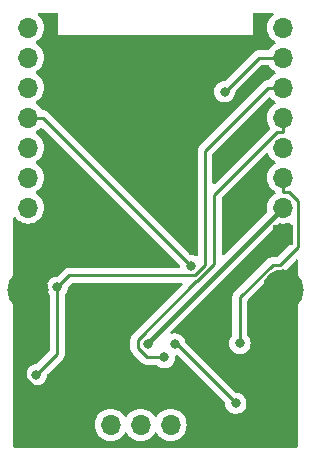
<source format=gbr>
%TF.GenerationSoftware,KiCad,Pcbnew,7.0.7*%
%TF.CreationDate,2023-09-02T13:43:40-04:00*%
%TF.ProjectId,DXBREAKER,44584252-4541-44b4-9552-2e6b69636164,rev?*%
%TF.SameCoordinates,Original*%
%TF.FileFunction,Copper,L2,Bot*%
%TF.FilePolarity,Positive*%
%FSLAX46Y46*%
G04 Gerber Fmt 4.6, Leading zero omitted, Abs format (unit mm)*
G04 Created by KiCad (PCBNEW 7.0.7) date 2023-09-02 13:43:40*
%MOMM*%
%LPD*%
G01*
G04 APERTURE LIST*
%TA.AperFunction,ComponentPad*%
%ADD10R,1.700000X1.700000*%
%TD*%
%TA.AperFunction,ComponentPad*%
%ADD11O,1.700000X1.700000*%
%TD*%
%TA.AperFunction,ComponentPad*%
%ADD12C,3.500000*%
%TD*%
%TA.AperFunction,ViaPad*%
%ADD13C,0.800000*%
%TD*%
%TA.AperFunction,Conductor*%
%ADD14C,0.381000*%
%TD*%
%TA.AperFunction,Conductor*%
%ADD15C,0.254000*%
%TD*%
%TA.AperFunction,Conductor*%
%ADD16C,0.685800*%
%TD*%
G04 APERTURE END LIST*
D10*
%TO.P,Jr1,1,Pin_1*%
%TO.N,Earth*%
X131074000Y-125705000D03*
D11*
%TO.P,Jr1,2,Pin_2*%
%TO.N,Net-(Jr1-Pin_2)*%
X125740000Y-125705000D03*
%TO.P,Jr1,3,Pin_3*%
%TO.N,Net-(Jr1-Pin_3)*%
X128280000Y-125705000D03*
%TO.P,Jr1,4,Pin_4*%
%TO.N,VCC*%
X123200000Y-125705000D03*
%TD*%
D12*
%TO.P,DX,1*%
%TO.N,Earth*%
X137795000Y-114300000D03*
%TD*%
%TO.P,hole2,1*%
%TO.N,Earth*%
X116205000Y-114300000D03*
%TD*%
D10*
%TO.P,J1,1,Pin_1*%
%TO.N,Earth*%
X116205000Y-109855000D03*
D11*
%TO.P,J1,2,Pin_2*%
%TO.N,VCC*%
X116205000Y-107315000D03*
%TO.P,J1,3,Pin_3*%
%TO.N,/GPIO13*%
X116205000Y-104775000D03*
%TO.P,J1,4,Pin_4*%
%TO.N,/GPIO12*%
X116205000Y-102235000D03*
%TO.P,J1,5,Pin_5*%
%TO.N,/GPIO14*%
X116205000Y-99695000D03*
%TO.P,J1,6,Pin_6*%
%TO.N,/GPIO16*%
X116205000Y-97155000D03*
%TO.P,J1,7,Pin_7*%
%TO.N,/ADC*%
X116205000Y-94615000D03*
%TO.P,J1,8,Pin_8*%
%TO.N,/RESET*%
X116205000Y-92075000D03*
%TD*%
D10*
%TO.P,J2,1,Pin_1*%
%TO.N,Earth*%
X137795000Y-109601000D03*
D11*
%TO.P,J2,2,Pin_2*%
%TO.N,/GPIO4*%
X137795000Y-94615000D03*
%TO.P,J2,3,Pin_3*%
%TO.N,/GPIO0*%
X137795000Y-97155000D03*
%TO.P,J2,4,Pin_4*%
%TO.N,/GPIO2*%
X137795000Y-99695000D03*
%TO.P,J2,5,Pin_5*%
%TO.N,/GPIO15*%
X137795000Y-102235000D03*
%TO.P,J2,6,Pin_6*%
%TO.N,/DOUT*%
X137795000Y-104775000D03*
%TO.P,J2,7,Pin_7*%
%TO.N,/VIN*%
X137795000Y-107315000D03*
%TO.P,J2,8,Pin_8*%
%TO.N,/GPIO5*%
X137795000Y-92075000D03*
%TD*%
D13*
%TO.N,/VIN*%
X126320300Y-118872500D03*
%TO.N,/DOUT*%
X134135200Y-118822800D03*
%TO.N,/GPIO14*%
X129963900Y-112230900D03*
%TO.N,/RESET*%
X133790000Y-123884200D03*
X128635000Y-118872600D03*
%TO.N,/GPIO4*%
X132842400Y-97514900D03*
%TO.N,/GPIO0*%
X118670000Y-114060400D03*
X116913300Y-121475500D03*
%TO.N,/GPIO2*%
X127750200Y-120004200D03*
%TD*%
D14*
%TO.N,/VIN*%
X126320300Y-118789700D02*
X137795000Y-107315000D01*
D15*
X126320300Y-118872500D02*
X126320300Y-118789700D01*
D16*
%TO.N,Earth*%
X117792600Y-123839400D02*
X129208400Y-123839400D01*
X115810900Y-121857700D02*
X117792600Y-123839400D01*
X115810900Y-114694100D02*
X115810900Y-121857700D01*
X129208400Y-123839400D02*
X131074000Y-125705000D01*
X116205000Y-114300000D02*
X115810900Y-114694100D01*
D15*
%TO.N,/DOUT*%
X139053300Y-110632400D02*
X139053300Y-106770200D01*
X134135200Y-118822800D02*
X134135200Y-114905400D01*
X137544000Y-112141700D02*
X139053300Y-110632400D01*
X139053300Y-106770200D02*
X138316400Y-106033300D01*
X134135200Y-114905400D02*
X136898900Y-112141700D01*
X137795000Y-104775000D02*
X137795000Y-106033300D01*
X138316400Y-106033300D02*
X137795000Y-106033300D01*
X136898900Y-112141700D02*
X137544000Y-112141700D01*
%TO.N,/GPIO14*%
X117463300Y-99730300D02*
X129963900Y-112230900D01*
X117463300Y-99695000D02*
X117463300Y-99730300D01*
X116205000Y-99695000D02*
X117463300Y-99695000D01*
%TO.N,/RESET*%
X133790000Y-123884200D02*
X128778400Y-118872600D01*
X128778400Y-118872600D02*
X128635000Y-118872600D01*
%TO.N,/GPIO4*%
X135742300Y-94615000D02*
X132842400Y-97514900D01*
X137795000Y-94615000D02*
X135742300Y-94615000D01*
%TO.N,/GPIO0*%
X131179500Y-112158400D02*
X131179500Y-102512200D01*
X131179500Y-102512200D02*
X136536700Y-97155000D01*
X118670000Y-114060400D02*
X119691200Y-113039200D01*
X119691200Y-113039200D02*
X130298700Y-113039200D01*
X137795000Y-97155000D02*
X136536700Y-97155000D01*
X130298700Y-113039200D02*
X131179500Y-112158400D01*
X118670000Y-119718800D02*
X118670000Y-114060400D01*
X116913300Y-121475500D02*
X118670000Y-119718800D01*
%TO.N,/GPIO2*%
X137244500Y-100953300D02*
X137795000Y-100953300D01*
X126287400Y-120004200D02*
X125492500Y-119209300D01*
X130435200Y-113574500D02*
X130520400Y-113574500D01*
X131980100Y-106217700D02*
X137244500Y-100953300D01*
X130520400Y-113574500D02*
X131980100Y-112114800D01*
X125492500Y-119209300D02*
X125492500Y-118517200D01*
X131980100Y-112114800D02*
X131980100Y-106217700D01*
X125492500Y-118517200D02*
X130435200Y-113574500D01*
X137795000Y-99695000D02*
X137795000Y-100953300D01*
X127750200Y-120004200D02*
X126287400Y-120004200D01*
%TD*%
%TA.AperFunction,Conductor*%
%TO.N,Earth*%
G36*
X117371071Y-100541337D02*
G01*
X117415419Y-100569838D01*
X129025270Y-112179689D01*
X129058755Y-112241012D01*
X129060910Y-112254407D01*
X129063047Y-112274737D01*
X129050478Y-112343467D01*
X129002747Y-112394491D01*
X128939726Y-112411700D01*
X119774167Y-112411700D01*
X119758518Y-112409972D01*
X119758492Y-112410254D01*
X119750724Y-112409519D01*
X119681340Y-112411700D01*
X119651722Y-112411700D01*
X119644818Y-112412571D01*
X119639000Y-112413029D01*
X119592257Y-112414498D01*
X119572913Y-112420118D01*
X119553869Y-112424062D01*
X119550909Y-112424435D01*
X119533907Y-112426584D01*
X119533903Y-112426585D01*
X119533900Y-112426586D01*
X119490435Y-112443794D01*
X119484910Y-112445685D01*
X119440009Y-112458731D01*
X119440006Y-112458733D01*
X119422680Y-112468979D01*
X119405210Y-112477537D01*
X119386498Y-112484945D01*
X119348663Y-112512433D01*
X119343780Y-112515640D01*
X119303546Y-112539434D01*
X119289306Y-112553674D01*
X119274520Y-112566302D01*
X119258233Y-112578136D01*
X119258232Y-112578136D01*
X119228427Y-112614163D01*
X119224495Y-112618484D01*
X118719400Y-113123581D01*
X118658077Y-113157066D01*
X118631719Y-113159900D01*
X118575354Y-113159900D01*
X118542897Y-113166798D01*
X118390197Y-113199255D01*
X118390192Y-113199257D01*
X118217270Y-113276248D01*
X118217265Y-113276251D01*
X118064129Y-113387511D01*
X117937466Y-113528185D01*
X117842821Y-113692115D01*
X117842818Y-113692122D01*
X117784404Y-113871903D01*
X117784326Y-113872144D01*
X117764540Y-114060400D01*
X117784326Y-114248656D01*
X117784327Y-114248659D01*
X117842818Y-114428677D01*
X117842821Y-114428684D01*
X117937467Y-114592616D01*
X118010651Y-114673894D01*
X118040880Y-114736884D01*
X118042500Y-114756865D01*
X118042500Y-119407519D01*
X118022815Y-119474558D01*
X118006181Y-119495200D01*
X116962700Y-120538681D01*
X116901377Y-120572166D01*
X116875019Y-120575000D01*
X116818654Y-120575000D01*
X116786197Y-120581898D01*
X116633497Y-120614355D01*
X116633492Y-120614357D01*
X116460570Y-120691348D01*
X116460565Y-120691351D01*
X116307429Y-120802611D01*
X116180766Y-120943285D01*
X116086121Y-121107215D01*
X116086118Y-121107222D01*
X116027627Y-121287240D01*
X116027626Y-121287244D01*
X116007840Y-121475500D01*
X116027626Y-121663756D01*
X116027627Y-121663759D01*
X116086118Y-121843777D01*
X116086121Y-121843784D01*
X116180767Y-122007716D01*
X116307428Y-122148388D01*
X116307429Y-122148388D01*
X116460565Y-122259648D01*
X116460570Y-122259651D01*
X116633492Y-122336642D01*
X116633497Y-122336644D01*
X116818654Y-122376000D01*
X116818655Y-122376000D01*
X117007944Y-122376000D01*
X117007946Y-122376000D01*
X117193103Y-122336644D01*
X117366030Y-122259651D01*
X117519171Y-122148388D01*
X117645833Y-122007716D01*
X117740479Y-121843784D01*
X117798974Y-121663756D01*
X117816289Y-121499005D01*
X117842872Y-121434394D01*
X117851919Y-121424298D01*
X119055043Y-120221174D01*
X119067325Y-120211337D01*
X119067144Y-120211118D01*
X119073152Y-120206146D01*
X119073162Y-120206140D01*
X119120677Y-120155541D01*
X119141623Y-120134596D01*
X119145892Y-120129090D01*
X119149676Y-120124659D01*
X119181693Y-120090567D01*
X119191389Y-120072928D01*
X119202073Y-120056661D01*
X119214408Y-120040762D01*
X119232983Y-119997834D01*
X119235534Y-119992627D01*
X119258072Y-119951634D01*
X119263078Y-119932134D01*
X119269376Y-119913736D01*
X119277374Y-119895258D01*
X119284688Y-119849076D01*
X119285870Y-119843365D01*
X119297500Y-119798072D01*
X119297500Y-119777941D01*
X119299027Y-119758541D01*
X119302175Y-119738667D01*
X119302175Y-119738664D01*
X119300722Y-119723300D01*
X119297772Y-119692100D01*
X119297499Y-119686305D01*
X119297499Y-114756864D01*
X119317184Y-114689826D01*
X119329350Y-114673892D01*
X119402533Y-114592616D01*
X119497179Y-114428684D01*
X119555674Y-114248656D01*
X119572989Y-114083905D01*
X119599572Y-114019294D01*
X119608609Y-114009208D01*
X119914801Y-113703016D01*
X119976123Y-113669534D01*
X120002481Y-113666700D01*
X129156219Y-113666700D01*
X129223258Y-113686385D01*
X129269013Y-113739189D01*
X129278957Y-113808347D01*
X129249932Y-113871903D01*
X129243900Y-113878381D01*
X125107453Y-118014826D01*
X125095169Y-118024669D01*
X125095349Y-118024887D01*
X125089338Y-118029859D01*
X125041822Y-118080458D01*
X125020875Y-118101405D01*
X125016606Y-118106909D01*
X125012815Y-118111347D01*
X124980808Y-118145430D01*
X124980805Y-118145434D01*
X124971106Y-118163077D01*
X124960428Y-118179333D01*
X124948094Y-118195234D01*
X124948089Y-118195242D01*
X124929525Y-118238143D01*
X124926954Y-118243391D01*
X124904427Y-118284367D01*
X124899420Y-118303868D01*
X124893121Y-118322264D01*
X124886393Y-118337812D01*
X124885125Y-118340744D01*
X124885124Y-118340746D01*
X124877812Y-118386916D01*
X124876627Y-118392638D01*
X124865000Y-118437923D01*
X124865000Y-118458058D01*
X124863473Y-118477455D01*
X124860325Y-118497333D01*
X124860985Y-118504315D01*
X124864725Y-118543877D01*
X124865000Y-118549715D01*
X124865000Y-119126332D01*
X124863272Y-119141981D01*
X124863554Y-119142008D01*
X124862819Y-119149775D01*
X124865000Y-119219159D01*
X124865000Y-119248777D01*
X124865871Y-119255680D01*
X124866329Y-119261499D01*
X124867798Y-119308242D01*
X124873416Y-119327575D01*
X124877362Y-119346629D01*
X124879883Y-119366587D01*
X124879886Y-119366599D01*
X124897095Y-119410065D01*
X124898987Y-119415593D01*
X124912030Y-119460487D01*
X124912030Y-119460488D01*
X124922277Y-119477815D01*
X124930835Y-119495285D01*
X124938245Y-119514001D01*
X124965729Y-119551829D01*
X124968937Y-119556713D01*
X124992734Y-119596952D01*
X124992740Y-119596960D01*
X125006969Y-119611188D01*
X125019609Y-119625987D01*
X125031434Y-119642264D01*
X125031436Y-119642265D01*
X125031437Y-119642267D01*
X125067457Y-119672065D01*
X125071768Y-119675987D01*
X125436542Y-120040761D01*
X125785024Y-120389243D01*
X125794871Y-120401533D01*
X125795089Y-120401354D01*
X125800057Y-120407360D01*
X125850657Y-120454877D01*
X125871601Y-120475820D01*
X125871607Y-120475826D01*
X125877097Y-120480083D01*
X125881548Y-120483884D01*
X125915635Y-120515895D01*
X125915637Y-120515896D01*
X125933267Y-120525587D01*
X125949535Y-120536272D01*
X125965438Y-120548608D01*
X125965440Y-120548609D01*
X125965442Y-120548610D01*
X125986780Y-120557843D01*
X126008343Y-120567174D01*
X126013590Y-120569745D01*
X126017994Y-120572166D01*
X126054566Y-120592272D01*
X126074067Y-120597279D01*
X126092465Y-120603578D01*
X126110941Y-120611573D01*
X126157140Y-120618890D01*
X126162814Y-120620065D01*
X126208128Y-120631700D01*
X126228264Y-120631700D01*
X126247663Y-120633227D01*
X126267533Y-120636374D01*
X126314071Y-120631974D01*
X126319908Y-120631700D01*
X127048253Y-120631700D01*
X127115292Y-120651385D01*
X127140399Y-120672723D01*
X127144329Y-120677088D01*
X127144332Y-120677091D01*
X127144335Y-120677093D01*
X127297465Y-120788348D01*
X127297470Y-120788351D01*
X127470392Y-120865342D01*
X127470397Y-120865344D01*
X127655554Y-120904700D01*
X127655555Y-120904700D01*
X127844844Y-120904700D01*
X127844846Y-120904700D01*
X128030003Y-120865344D01*
X128202930Y-120788351D01*
X128356071Y-120677088D01*
X128482733Y-120536416D01*
X128577379Y-120372484D01*
X128635874Y-120192456D01*
X128655660Y-120004200D01*
X128649167Y-119942427D01*
X128661736Y-119873701D01*
X128709468Y-119822677D01*
X128777208Y-119805559D01*
X128843450Y-119827781D01*
X128860169Y-119841788D01*
X132851371Y-123832990D01*
X132884856Y-123894313D01*
X132887010Y-123907705D01*
X132904326Y-124072456D01*
X132904327Y-124072459D01*
X132962818Y-124252477D01*
X132962821Y-124252484D01*
X133057467Y-124416416D01*
X133184128Y-124557088D01*
X133184129Y-124557088D01*
X133337265Y-124668348D01*
X133337270Y-124668351D01*
X133510192Y-124745342D01*
X133510197Y-124745344D01*
X133695354Y-124784700D01*
X133695355Y-124784700D01*
X133884644Y-124784700D01*
X133884646Y-124784700D01*
X134069803Y-124745344D01*
X134242730Y-124668351D01*
X134395871Y-124557088D01*
X134522533Y-124416416D01*
X134617179Y-124252484D01*
X134675674Y-124072456D01*
X134695460Y-123884200D01*
X134675674Y-123695944D01*
X134617179Y-123515916D01*
X134522533Y-123351984D01*
X134395871Y-123211312D01*
X134395870Y-123211311D01*
X134242734Y-123100051D01*
X134242729Y-123100048D01*
X134069807Y-123023057D01*
X134069802Y-123023055D01*
X133924000Y-122992065D01*
X133884646Y-122983700D01*
X133884645Y-122983700D01*
X133828281Y-122983700D01*
X133761242Y-122964015D01*
X133740600Y-122947381D01*
X129556787Y-118763568D01*
X129523302Y-118702245D01*
X129521147Y-118688852D01*
X129520674Y-118684344D01*
X129462179Y-118504316D01*
X129367533Y-118340384D01*
X129240871Y-118199712D01*
X129234708Y-118195234D01*
X129087734Y-118088451D01*
X129087729Y-118088448D01*
X128914807Y-118011457D01*
X128914802Y-118011455D01*
X128769000Y-117980465D01*
X128729646Y-117972100D01*
X128540354Y-117972100D01*
X128409804Y-117999849D01*
X128340137Y-117994532D01*
X128284404Y-117952394D01*
X128260299Y-117886814D01*
X128275476Y-117818613D01*
X128296339Y-117790881D01*
X137412410Y-108674810D01*
X137473731Y-108641327D01*
X137532183Y-108642718D01*
X137559592Y-108650063D01*
X137747918Y-108666539D01*
X137794999Y-108670659D01*
X137795000Y-108670659D01*
X137795001Y-108670659D01*
X137834234Y-108667226D01*
X138030408Y-108650063D01*
X138258663Y-108588903D01*
X138258670Y-108588899D01*
X138259374Y-108588644D01*
X138259711Y-108588622D01*
X138263893Y-108587502D01*
X138264118Y-108588341D01*
X138329102Y-108584203D01*
X138390162Y-108618165D01*
X138423168Y-108679748D01*
X138425800Y-108705160D01*
X138425800Y-110321119D01*
X138406115Y-110388158D01*
X138389481Y-110408800D01*
X137320400Y-111477881D01*
X137259077Y-111511366D01*
X137232719Y-111514200D01*
X136981867Y-111514200D01*
X136966218Y-111512472D01*
X136966192Y-111512754D01*
X136958424Y-111512019D01*
X136889040Y-111514200D01*
X136859422Y-111514200D01*
X136852518Y-111515071D01*
X136846700Y-111515529D01*
X136799957Y-111516998D01*
X136780613Y-111522618D01*
X136761569Y-111526562D01*
X136758609Y-111526935D01*
X136741607Y-111529084D01*
X136741603Y-111529085D01*
X136741600Y-111529086D01*
X136698135Y-111546294D01*
X136692610Y-111548185D01*
X136647709Y-111561231D01*
X136647706Y-111561233D01*
X136630380Y-111571479D01*
X136612910Y-111580037D01*
X136594198Y-111587445D01*
X136556363Y-111614933D01*
X136551480Y-111618140D01*
X136511246Y-111641934D01*
X136497006Y-111656174D01*
X136482220Y-111668802D01*
X136465933Y-111680636D01*
X136465932Y-111680636D01*
X136436127Y-111716663D01*
X136432195Y-111720985D01*
X133750153Y-114403026D01*
X133737869Y-114412869D01*
X133738049Y-114413087D01*
X133732038Y-114418059D01*
X133684522Y-114468658D01*
X133663575Y-114489605D01*
X133659306Y-114495109D01*
X133655515Y-114499547D01*
X133623508Y-114533630D01*
X133623505Y-114533634D01*
X133613806Y-114551277D01*
X133603128Y-114567533D01*
X133590794Y-114583434D01*
X133590789Y-114583442D01*
X133572225Y-114626343D01*
X133569654Y-114631591D01*
X133547127Y-114672567D01*
X133542120Y-114692068D01*
X133535821Y-114710464D01*
X133529093Y-114726012D01*
X133527825Y-114728944D01*
X133527824Y-114728946D01*
X133520512Y-114775116D01*
X133519327Y-114780838D01*
X133507700Y-114826123D01*
X133507700Y-114846258D01*
X133506173Y-114865657D01*
X133503025Y-114885531D01*
X133507425Y-114932077D01*
X133507700Y-114937915D01*
X133507700Y-118126334D01*
X133488015Y-118193373D01*
X133475850Y-118209306D01*
X133402666Y-118290585D01*
X133308021Y-118454515D01*
X133308018Y-118454522D01*
X133255811Y-118615200D01*
X133249526Y-118634544D01*
X133229740Y-118822800D01*
X133249526Y-119011056D01*
X133249527Y-119011059D01*
X133308018Y-119191077D01*
X133308021Y-119191084D01*
X133402667Y-119355016D01*
X133513236Y-119477815D01*
X133529329Y-119495688D01*
X133682465Y-119606948D01*
X133682470Y-119606951D01*
X133855392Y-119683942D01*
X133855397Y-119683944D01*
X134040554Y-119723300D01*
X134040555Y-119723300D01*
X134229844Y-119723300D01*
X134229846Y-119723300D01*
X134415003Y-119683944D01*
X134587930Y-119606951D01*
X134741071Y-119495688D01*
X134867733Y-119355016D01*
X134962379Y-119191084D01*
X135020874Y-119011056D01*
X135040660Y-118822800D01*
X135020874Y-118634544D01*
X134962379Y-118454516D01*
X134867733Y-118290584D01*
X134794550Y-118209306D01*
X134764320Y-118146315D01*
X134762700Y-118126334D01*
X134762700Y-115216680D01*
X134782385Y-115149641D01*
X134799019Y-115128999D01*
X137122500Y-112805519D01*
X137183823Y-112772034D01*
X137210181Y-112769200D01*
X137461033Y-112769200D01*
X137476681Y-112770927D01*
X137476708Y-112770646D01*
X137484475Y-112771380D01*
X137484476Y-112771379D01*
X137484477Y-112771380D01*
X137553860Y-112769200D01*
X137583476Y-112769200D01*
X137590378Y-112768327D01*
X137596190Y-112767869D01*
X137642943Y-112766401D01*
X137662272Y-112760784D01*
X137681328Y-112756837D01*
X137701293Y-112754316D01*
X137744770Y-112737101D01*
X137750276Y-112735216D01*
X137795191Y-112722168D01*
X137812515Y-112711921D01*
X137829983Y-112703363D01*
X137848703Y-112695953D01*
X137886542Y-112668459D01*
X137891391Y-112665274D01*
X137931656Y-112641463D01*
X137945897Y-112627220D01*
X137960678Y-112614597D01*
X137976967Y-112602763D01*
X137976969Y-112602759D01*
X137976971Y-112602759D01*
X137988845Y-112588403D01*
X138006776Y-112566728D01*
X138010689Y-112562428D01*
X138853319Y-111719799D01*
X138914642Y-111686314D01*
X138984334Y-111691298D01*
X139040267Y-111733170D01*
X139064684Y-111798634D01*
X139065000Y-111807480D01*
X139065000Y-127511000D01*
X139045315Y-127578039D01*
X138992511Y-127623794D01*
X138941000Y-127635000D01*
X115059000Y-127635000D01*
X114991961Y-127615315D01*
X114946206Y-127562511D01*
X114935000Y-127511000D01*
X114935000Y-125705000D01*
X121844341Y-125705000D01*
X121864936Y-125940403D01*
X121864938Y-125940413D01*
X121926094Y-126168655D01*
X121926096Y-126168659D01*
X121926097Y-126168663D01*
X121930000Y-126177032D01*
X122025965Y-126382830D01*
X122025967Y-126382834D01*
X122134281Y-126537521D01*
X122161505Y-126576401D01*
X122328599Y-126743495D01*
X122425384Y-126811265D01*
X122522165Y-126879032D01*
X122522167Y-126879033D01*
X122522170Y-126879035D01*
X122736337Y-126978903D01*
X122964592Y-127040063D01*
X123152918Y-127056539D01*
X123199999Y-127060659D01*
X123200000Y-127060659D01*
X123200001Y-127060659D01*
X123239234Y-127057226D01*
X123435408Y-127040063D01*
X123663663Y-126978903D01*
X123877830Y-126879035D01*
X124071401Y-126743495D01*
X124238495Y-126576401D01*
X124368426Y-126390841D01*
X124423002Y-126347217D01*
X124492500Y-126340023D01*
X124554855Y-126371546D01*
X124571575Y-126390842D01*
X124701500Y-126576395D01*
X124701505Y-126576401D01*
X124868599Y-126743495D01*
X124965384Y-126811265D01*
X125062165Y-126879032D01*
X125062167Y-126879033D01*
X125062170Y-126879035D01*
X125276337Y-126978903D01*
X125504592Y-127040063D01*
X125692918Y-127056539D01*
X125739999Y-127060659D01*
X125740000Y-127060659D01*
X125740001Y-127060659D01*
X125779234Y-127057226D01*
X125975408Y-127040063D01*
X126203663Y-126978903D01*
X126417830Y-126879035D01*
X126611401Y-126743495D01*
X126778495Y-126576401D01*
X126908426Y-126390840D01*
X126963001Y-126347217D01*
X127032499Y-126340023D01*
X127094854Y-126371546D01*
X127111574Y-126390841D01*
X127241505Y-126576401D01*
X127408599Y-126743495D01*
X127505384Y-126811265D01*
X127602165Y-126879032D01*
X127602167Y-126879033D01*
X127602170Y-126879035D01*
X127816337Y-126978903D01*
X128044592Y-127040063D01*
X128232918Y-127056539D01*
X128279999Y-127060659D01*
X128280000Y-127060659D01*
X128280001Y-127060659D01*
X128319234Y-127057226D01*
X128515408Y-127040063D01*
X128743663Y-126978903D01*
X128957830Y-126879035D01*
X129151401Y-126743495D01*
X129318495Y-126576401D01*
X129454035Y-126382830D01*
X129553903Y-126168663D01*
X129615063Y-125940408D01*
X129635659Y-125705000D01*
X129615063Y-125469592D01*
X129553903Y-125241337D01*
X129454035Y-125027171D01*
X129448425Y-125019158D01*
X129318494Y-124833597D01*
X129151402Y-124666506D01*
X129151395Y-124666501D01*
X128957834Y-124530967D01*
X128957830Y-124530965D01*
X128957829Y-124530964D01*
X128743663Y-124431097D01*
X128743659Y-124431096D01*
X128743655Y-124431094D01*
X128515413Y-124369938D01*
X128515403Y-124369936D01*
X128280001Y-124349341D01*
X128279999Y-124349341D01*
X128044596Y-124369936D01*
X128044586Y-124369938D01*
X127816344Y-124431094D01*
X127816335Y-124431098D01*
X127602171Y-124530964D01*
X127602169Y-124530965D01*
X127408597Y-124666505D01*
X127241505Y-124833597D01*
X127111575Y-125019158D01*
X127056998Y-125062783D01*
X126987500Y-125069977D01*
X126925145Y-125038454D01*
X126908425Y-125019158D01*
X126778494Y-124833597D01*
X126611402Y-124666506D01*
X126611395Y-124666501D01*
X126417834Y-124530967D01*
X126417830Y-124530965D01*
X126417830Y-124530964D01*
X126203663Y-124431097D01*
X126203659Y-124431096D01*
X126203655Y-124431094D01*
X125975413Y-124369938D01*
X125975403Y-124369936D01*
X125740001Y-124349341D01*
X125739999Y-124349341D01*
X125504596Y-124369936D01*
X125504586Y-124369938D01*
X125276344Y-124431094D01*
X125276335Y-124431098D01*
X125062171Y-124530964D01*
X125062169Y-124530965D01*
X124868597Y-124666505D01*
X124701505Y-124833597D01*
X124571575Y-125019158D01*
X124516998Y-125062783D01*
X124447500Y-125069977D01*
X124385145Y-125038454D01*
X124368425Y-125019158D01*
X124238494Y-124833597D01*
X124071402Y-124666506D01*
X124071395Y-124666501D01*
X123877834Y-124530967D01*
X123877830Y-124530965D01*
X123877829Y-124530964D01*
X123663663Y-124431097D01*
X123663659Y-124431096D01*
X123663655Y-124431094D01*
X123435413Y-124369938D01*
X123435403Y-124369936D01*
X123200001Y-124349341D01*
X123199999Y-124349341D01*
X122964596Y-124369936D01*
X122964586Y-124369938D01*
X122736344Y-124431094D01*
X122736335Y-124431098D01*
X122522171Y-124530964D01*
X122522169Y-124530965D01*
X122328597Y-124666505D01*
X122161505Y-124833597D01*
X122025965Y-125027169D01*
X122025964Y-125027171D01*
X121926098Y-125241335D01*
X121926094Y-125241344D01*
X121864938Y-125469586D01*
X121864936Y-125469596D01*
X121844341Y-125704999D01*
X121844341Y-125705000D01*
X114935000Y-125705000D01*
X114935000Y-108249055D01*
X114954685Y-108182016D01*
X115007489Y-108136261D01*
X115076647Y-108126317D01*
X115140203Y-108155342D01*
X115160574Y-108177930D01*
X115166505Y-108186401D01*
X115333599Y-108353495D01*
X115430384Y-108421264D01*
X115527165Y-108489032D01*
X115527167Y-108489033D01*
X115527170Y-108489035D01*
X115741337Y-108588903D01*
X115969592Y-108650063D01*
X116157918Y-108666539D01*
X116204999Y-108670659D01*
X116205000Y-108670659D01*
X116205001Y-108670659D01*
X116244234Y-108667226D01*
X116440408Y-108650063D01*
X116668663Y-108588903D01*
X116882830Y-108489035D01*
X117076401Y-108353495D01*
X117243495Y-108186401D01*
X117379035Y-107992830D01*
X117478903Y-107778663D01*
X117540063Y-107550408D01*
X117560659Y-107315000D01*
X117540063Y-107079592D01*
X117478903Y-106851337D01*
X117379035Y-106637171D01*
X117362046Y-106612907D01*
X117243494Y-106443597D01*
X117076402Y-106276506D01*
X117076396Y-106276501D01*
X116890842Y-106146575D01*
X116847217Y-106091998D01*
X116840023Y-106022500D01*
X116871546Y-105960145D01*
X116890842Y-105943425D01*
X116913026Y-105927891D01*
X117076401Y-105813495D01*
X117243495Y-105646401D01*
X117379035Y-105452830D01*
X117478903Y-105238663D01*
X117540063Y-105010408D01*
X117560659Y-104775000D01*
X117540063Y-104539592D01*
X117478903Y-104311337D01*
X117379035Y-104097171D01*
X117285566Y-103963682D01*
X117243494Y-103903597D01*
X117076402Y-103736506D01*
X117076396Y-103736501D01*
X116890842Y-103606575D01*
X116847217Y-103551998D01*
X116840023Y-103482500D01*
X116871546Y-103420145D01*
X116890842Y-103403425D01*
X116913026Y-103387891D01*
X117076401Y-103273495D01*
X117243495Y-103106401D01*
X117379035Y-102912830D01*
X117478903Y-102698663D01*
X117540063Y-102470408D01*
X117560659Y-102235000D01*
X117540063Y-101999592D01*
X117478903Y-101771337D01*
X117379035Y-101557171D01*
X117285566Y-101423682D01*
X117243494Y-101363597D01*
X117076402Y-101196506D01*
X117076396Y-101196501D01*
X116890842Y-101066575D01*
X116847217Y-101011998D01*
X116840023Y-100942500D01*
X116871546Y-100880145D01*
X116890842Y-100863425D01*
X116913026Y-100847891D01*
X117076401Y-100733495D01*
X117240060Y-100569835D01*
X117301380Y-100536353D01*
X117371071Y-100541337D01*
G37*
%TD.AperFunction*%
%TA.AperFunction,Conductor*%
G36*
X118688039Y-90824685D02*
G01*
X118733794Y-90877489D01*
X118745000Y-90928999D01*
X118745000Y-92710000D01*
X135255000Y-92710000D01*
X135255000Y-90929000D01*
X135274685Y-90861961D01*
X135327489Y-90816206D01*
X135379000Y-90805000D01*
X136860944Y-90805000D01*
X136927983Y-90824685D01*
X136973738Y-90877489D01*
X136983682Y-90946647D01*
X136954657Y-91010203D01*
X136932069Y-91030574D01*
X136923595Y-91036507D01*
X136756505Y-91203597D01*
X136620965Y-91397169D01*
X136620964Y-91397171D01*
X136521098Y-91611335D01*
X136521094Y-91611344D01*
X136459938Y-91839586D01*
X136459936Y-91839596D01*
X136439341Y-92074999D01*
X136439341Y-92075000D01*
X136459936Y-92310403D01*
X136459938Y-92310413D01*
X136521094Y-92538655D01*
X136521096Y-92538659D01*
X136521097Y-92538663D01*
X136600993Y-92710000D01*
X136620965Y-92752830D01*
X136620967Y-92752834D01*
X136756501Y-92946395D01*
X136756506Y-92946402D01*
X136923597Y-93113493D01*
X136923603Y-93113498D01*
X137109158Y-93243425D01*
X137152783Y-93298002D01*
X137159977Y-93367500D01*
X137128454Y-93429855D01*
X137109158Y-93446575D01*
X136923597Y-93576505D01*
X136756505Y-93743597D01*
X136622749Y-93934623D01*
X136568172Y-93978248D01*
X136521174Y-93987500D01*
X135825267Y-93987500D01*
X135809618Y-93985772D01*
X135809592Y-93986054D01*
X135801824Y-93985319D01*
X135732440Y-93987500D01*
X135702822Y-93987500D01*
X135695918Y-93988371D01*
X135690100Y-93988829D01*
X135643357Y-93990298D01*
X135624013Y-93995918D01*
X135604969Y-93999862D01*
X135602009Y-94000235D01*
X135585007Y-94002384D01*
X135585003Y-94002385D01*
X135585000Y-94002386D01*
X135541535Y-94019594D01*
X135536010Y-94021485D01*
X135491109Y-94034531D01*
X135491106Y-94034533D01*
X135473780Y-94044779D01*
X135456310Y-94053337D01*
X135437598Y-94060745D01*
X135399763Y-94088233D01*
X135394880Y-94091440D01*
X135354646Y-94115234D01*
X135340406Y-94129474D01*
X135325620Y-94142102D01*
X135309333Y-94153936D01*
X135309332Y-94153936D01*
X135279527Y-94189963D01*
X135275595Y-94194284D01*
X132891800Y-96578081D01*
X132830477Y-96611566D01*
X132804119Y-96614400D01*
X132747754Y-96614400D01*
X132715297Y-96621298D01*
X132562597Y-96653755D01*
X132562592Y-96653757D01*
X132389670Y-96730748D01*
X132389665Y-96730751D01*
X132236529Y-96842011D01*
X132109866Y-96982685D01*
X132015221Y-97146615D01*
X132015218Y-97146622D01*
X131956727Y-97326640D01*
X131956726Y-97326644D01*
X131936940Y-97514900D01*
X131956726Y-97703156D01*
X131956727Y-97703159D01*
X132015218Y-97883177D01*
X132015221Y-97883184D01*
X132109867Y-98047116D01*
X132236529Y-98187787D01*
X132236529Y-98187788D01*
X132389665Y-98299048D01*
X132389670Y-98299051D01*
X132562592Y-98376042D01*
X132562597Y-98376044D01*
X132747754Y-98415400D01*
X132747755Y-98415400D01*
X132937044Y-98415400D01*
X132937046Y-98415400D01*
X133122203Y-98376044D01*
X133295130Y-98299051D01*
X133448271Y-98187788D01*
X133574933Y-98047116D01*
X133669579Y-97883184D01*
X133728074Y-97703156D01*
X133745389Y-97538405D01*
X133771972Y-97473794D01*
X133781019Y-97463698D01*
X135965899Y-95278819D01*
X136027223Y-95245334D01*
X136053581Y-95242500D01*
X136521173Y-95242500D01*
X136588212Y-95262185D01*
X136622748Y-95295376D01*
X136756505Y-95486401D01*
X136923597Y-95653493D01*
X136923603Y-95653498D01*
X137109158Y-95783425D01*
X137152783Y-95838002D01*
X137159977Y-95907500D01*
X137128454Y-95969855D01*
X137109158Y-95986575D01*
X136923597Y-96116505D01*
X136756505Y-96283597D01*
X136622749Y-96474623D01*
X136568172Y-96518248D01*
X136521174Y-96527500D01*
X136497222Y-96527500D01*
X136490318Y-96528371D01*
X136484500Y-96528829D01*
X136437757Y-96530298D01*
X136418413Y-96535918D01*
X136399369Y-96539862D01*
X136396409Y-96540235D01*
X136379407Y-96542384D01*
X136379403Y-96542385D01*
X136379400Y-96542386D01*
X136335935Y-96559594D01*
X136330410Y-96561485D01*
X136285509Y-96574531D01*
X136285506Y-96574533D01*
X136268180Y-96584779D01*
X136250710Y-96593337D01*
X136231998Y-96600745D01*
X136194163Y-96628233D01*
X136189280Y-96631440D01*
X136149046Y-96655234D01*
X136134806Y-96669474D01*
X136120020Y-96682102D01*
X136103733Y-96693936D01*
X136103732Y-96693936D01*
X136073927Y-96729963D01*
X136069995Y-96734285D01*
X130794453Y-102009826D01*
X130782169Y-102019669D01*
X130782349Y-102019887D01*
X130776338Y-102024859D01*
X130728822Y-102075458D01*
X130707875Y-102096405D01*
X130703606Y-102101909D01*
X130699815Y-102106347D01*
X130667808Y-102140430D01*
X130667805Y-102140434D01*
X130658106Y-102158077D01*
X130647428Y-102174333D01*
X130635094Y-102190234D01*
X130635089Y-102190242D01*
X130616525Y-102233143D01*
X130613954Y-102238391D01*
X130591427Y-102279367D01*
X130586420Y-102298868D01*
X130580121Y-102317264D01*
X130573393Y-102332812D01*
X130572125Y-102335744D01*
X130572124Y-102335746D01*
X130564812Y-102381916D01*
X130563627Y-102387638D01*
X130552000Y-102432923D01*
X130552000Y-102453058D01*
X130550473Y-102472457D01*
X130547325Y-102492331D01*
X130547324Y-102492332D01*
X130551724Y-102538875D01*
X130551999Y-102544712D01*
X130551999Y-111316076D01*
X130532314Y-111383115D01*
X130479510Y-111428870D01*
X130410352Y-111438814D01*
X130377563Y-111429355D01*
X130243707Y-111369757D01*
X130243702Y-111369755D01*
X130097900Y-111338765D01*
X130058546Y-111330400D01*
X130058545Y-111330400D01*
X130002181Y-111330400D01*
X129935142Y-111310715D01*
X129914500Y-111294081D01*
X118038381Y-99417962D01*
X118022274Y-99396510D01*
X118022139Y-99396609D01*
X117983690Y-99343689D01*
X117981500Y-99340466D01*
X117950639Y-99291837D01*
X117944643Y-99286207D01*
X117929201Y-99268693D01*
X117924363Y-99262033D01*
X117879975Y-99225312D01*
X117877068Y-99222748D01*
X117835068Y-99183308D01*
X117835067Y-99183307D01*
X117827844Y-99179336D01*
X117808547Y-99166221D01*
X117802206Y-99160976D01*
X117802203Y-99160973D01*
X117750094Y-99136453D01*
X117746622Y-99134684D01*
X117696132Y-99106927D01*
X117688152Y-99104878D01*
X117666198Y-99096974D01*
X117658748Y-99093468D01*
X117658744Y-99093467D01*
X117602157Y-99082672D01*
X117598372Y-99081827D01*
X117577802Y-99076545D01*
X117542576Y-99067500D01*
X117542572Y-99067500D01*
X117534338Y-99067500D01*
X117511102Y-99065303D01*
X117503019Y-99063761D01*
X117503015Y-99063761D01*
X117503014Y-99063761D01*
X117487194Y-99064756D01*
X117484957Y-99064897D01*
X117416814Y-99049458D01*
X117375599Y-99012264D01*
X117243494Y-98823597D01*
X117076402Y-98656506D01*
X117076396Y-98656501D01*
X116890842Y-98526575D01*
X116847217Y-98471998D01*
X116840023Y-98402500D01*
X116871546Y-98340145D01*
X116890842Y-98323425D01*
X116913026Y-98307891D01*
X117076401Y-98193495D01*
X117243495Y-98026401D01*
X117379035Y-97832830D01*
X117478903Y-97618663D01*
X117540063Y-97390408D01*
X117560659Y-97155000D01*
X117559925Y-97146616D01*
X117540063Y-96919596D01*
X117540063Y-96919592D01*
X117479600Y-96693937D01*
X117478905Y-96691344D01*
X117478904Y-96691343D01*
X117478903Y-96691337D01*
X117379035Y-96477171D01*
X117285566Y-96343682D01*
X117243494Y-96283597D01*
X117076402Y-96116506D01*
X117076396Y-96116501D01*
X116890842Y-95986575D01*
X116847217Y-95931998D01*
X116840023Y-95862500D01*
X116871546Y-95800145D01*
X116890842Y-95783425D01*
X116913026Y-95767891D01*
X117076401Y-95653495D01*
X117243495Y-95486401D01*
X117379035Y-95292830D01*
X117478903Y-95078663D01*
X117540063Y-94850408D01*
X117560659Y-94615000D01*
X117540063Y-94379592D01*
X117493626Y-94206285D01*
X117478905Y-94151344D01*
X117478904Y-94151343D01*
X117478903Y-94151337D01*
X117379035Y-93937171D01*
X117285566Y-93803682D01*
X117243494Y-93743597D01*
X117076402Y-93576506D01*
X117076396Y-93576501D01*
X116890842Y-93446575D01*
X116847217Y-93391998D01*
X116840023Y-93322500D01*
X116871546Y-93260145D01*
X116890842Y-93243425D01*
X116913026Y-93227891D01*
X117076401Y-93113495D01*
X117243495Y-92946401D01*
X117379035Y-92752830D01*
X117478903Y-92538663D01*
X117540063Y-92310408D01*
X117560659Y-92075000D01*
X117540063Y-91839592D01*
X117478903Y-91611337D01*
X117379035Y-91397171D01*
X117285566Y-91263682D01*
X117243494Y-91203597D01*
X117076402Y-91036506D01*
X117076398Y-91036503D01*
X117067931Y-91030574D01*
X117024307Y-90975997D01*
X117017115Y-90906498D01*
X117048638Y-90844144D01*
X117108868Y-90808731D01*
X117139056Y-90805000D01*
X118621000Y-90805000D01*
X118688039Y-90824685D01*
G37*
%TD.AperFunction*%
%TD*%
%TA.AperFunction,NonConductor*%
G36*
X136699098Y-97982533D02*
G01*
X136752617Y-98022598D01*
X136753026Y-98022256D01*
X136754488Y-98023998D01*
X136755031Y-98024405D01*
X136756305Y-98026164D01*
X136756503Y-98026400D01*
X136923597Y-98193493D01*
X136923603Y-98193498D01*
X137109158Y-98323425D01*
X137152783Y-98378002D01*
X137159977Y-98447500D01*
X137128454Y-98509855D01*
X137109158Y-98526575D01*
X136923597Y-98656505D01*
X136756505Y-98823597D01*
X136620965Y-99017169D01*
X136620964Y-99017171D01*
X136543494Y-99183307D01*
X136523901Y-99225325D01*
X136521098Y-99231335D01*
X136521094Y-99231344D01*
X136459938Y-99459586D01*
X136459936Y-99459596D01*
X136439341Y-99694999D01*
X136439341Y-99695000D01*
X136459936Y-99930403D01*
X136459938Y-99930413D01*
X136521094Y-100158655D01*
X136521096Y-100158659D01*
X136521097Y-100158663D01*
X136620964Y-100372829D01*
X136620965Y-100372830D01*
X136620967Y-100372834D01*
X136691666Y-100473803D01*
X136713993Y-100540009D01*
X136696983Y-100607777D01*
X136677772Y-100632607D01*
X132018680Y-105291699D01*
X131957357Y-105325184D01*
X131887665Y-105320200D01*
X131831732Y-105278328D01*
X131807315Y-105212864D01*
X131806999Y-105204018D01*
X131806999Y-104311335D01*
X131806999Y-102823476D01*
X131826684Y-102756441D01*
X131843313Y-102735804D01*
X136568085Y-98011032D01*
X136629406Y-97977549D01*
X136699098Y-97982533D01*
G37*
%TD.AperFunction*%
%TA.AperFunction,NonConductor*%
G36*
X136484104Y-102703627D02*
G01*
X136540037Y-102745499D01*
X136553149Y-102767400D01*
X136620965Y-102912829D01*
X136620965Y-102912830D01*
X136620967Y-102912834D01*
X136756501Y-103106395D01*
X136756506Y-103106402D01*
X136923597Y-103273493D01*
X136923603Y-103273498D01*
X137109158Y-103403425D01*
X137152783Y-103458002D01*
X137159977Y-103527500D01*
X137128454Y-103589855D01*
X137109158Y-103606575D01*
X136923597Y-103736505D01*
X136756505Y-103903597D01*
X136620965Y-104097169D01*
X136620964Y-104097171D01*
X136521098Y-104311335D01*
X136521094Y-104311344D01*
X136459938Y-104539586D01*
X136459936Y-104539596D01*
X136439341Y-104774999D01*
X136439341Y-104775000D01*
X136459936Y-105010403D01*
X136459938Y-105010413D01*
X136521094Y-105238655D01*
X136521096Y-105238659D01*
X136521097Y-105238663D01*
X136561443Y-105325184D01*
X136620965Y-105452830D01*
X136620967Y-105452834D01*
X136756501Y-105646395D01*
X136756506Y-105646402D01*
X136923597Y-105813493D01*
X136923603Y-105813498D01*
X137109158Y-105943425D01*
X137152783Y-105998002D01*
X137159977Y-106067500D01*
X137128454Y-106129855D01*
X137109158Y-106146575D01*
X136923597Y-106276505D01*
X136756505Y-106443597D01*
X136620965Y-106637169D01*
X136620964Y-106637171D01*
X136521098Y-106851335D01*
X136521094Y-106851344D01*
X136459938Y-107079586D01*
X136459936Y-107079596D01*
X136439341Y-107314999D01*
X136439341Y-107315000D01*
X136459936Y-107550402D01*
X136459938Y-107550415D01*
X136467281Y-107577820D01*
X136465616Y-107647670D01*
X136435186Y-107697590D01*
X132819281Y-111313496D01*
X132757958Y-111346981D01*
X132688266Y-111341997D01*
X132632333Y-111300125D01*
X132607916Y-111234661D01*
X132607600Y-111225815D01*
X132607600Y-110321119D01*
X132607600Y-106528976D01*
X132627284Y-106461941D01*
X132643909Y-106441309D01*
X136353091Y-102732126D01*
X136414412Y-102698643D01*
X136484104Y-102703627D01*
G37*
%TD.AperFunction*%
M02*

</source>
